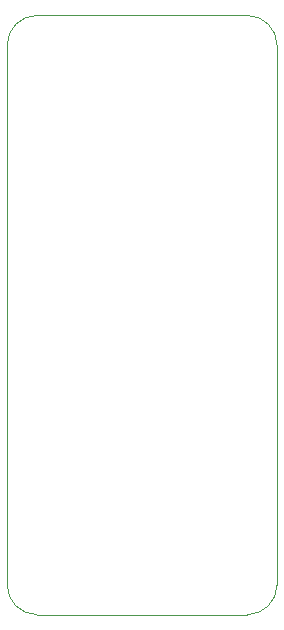
<source format=gbr>
%TF.GenerationSoftware,KiCad,Pcbnew,5.99.0-unknown-fc7f1d1d86~106~ubuntu20.04.1*%
%TF.CreationDate,2021-01-14T14:57:38+11:00*%
%TF.ProjectId,dac-featherwing,6461632d-6665-4617-9468-657277696e67,rev?*%
%TF.SameCoordinates,Original*%
%TF.FileFunction,Profile,NP*%
%FSLAX46Y46*%
G04 Gerber Fmt 4.6, Leading zero omitted, Abs format (unit mm)*
G04 Created by KiCad (PCBNEW 5.99.0-unknown-fc7f1d1d86~106~ubuntu20.04.1) date 2021-01-14 14:57:38*
%MOMM*%
%LPD*%
G01*
G04 APERTURE LIST*
%TA.AperFunction,Profile*%
%ADD10C,0.050000*%
%TD*%
G04 APERTURE END LIST*
D10*
X177800000Y-75184000D02*
X177800000Y-120849992D01*
X157480000Y-72644000D02*
X175260000Y-72644000D01*
X154940000Y-120849992D02*
X154940000Y-75184000D01*
X157480000Y-123389992D02*
G75*
G02*
X154940000Y-120849992I0J2540000D01*
G01*
X175260000Y-72644000D02*
G75*
G02*
X177800000Y-75184000I0J-2540000D01*
G01*
X177800000Y-120849992D02*
G75*
G02*
X175260000Y-123389992I-2540000J0D01*
G01*
X175260000Y-123389992D02*
X157480000Y-123389992D01*
X154940000Y-75184000D02*
G75*
G02*
X157480000Y-72644000I2540000J0D01*
G01*
M02*

</source>
